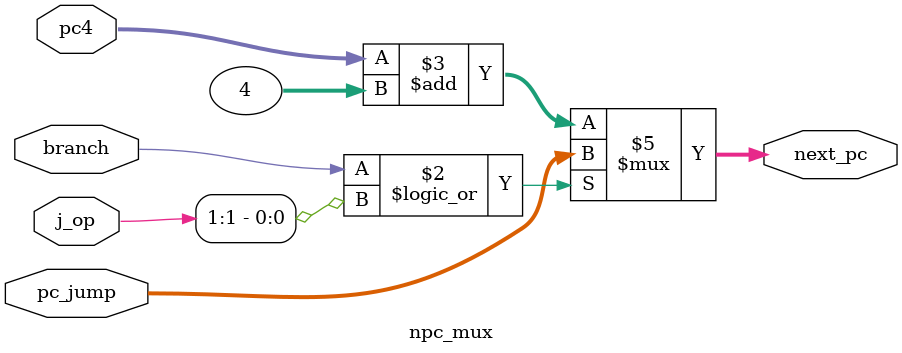
<source format=v>
`timescale 1ns / 1ps

module npc_mux(
    input               branch,
    input       [1:0]   j_op,
    input       [31:0]  pc4,
    input       [31:0]  pc_jump,
    output reg  [31:0]  next_pc
    );
    always @(*) begin
        if (branch || j_op[1]) next_pc = pc_jump;
        else next_pc = pc4+4;
    end
endmodule

</source>
